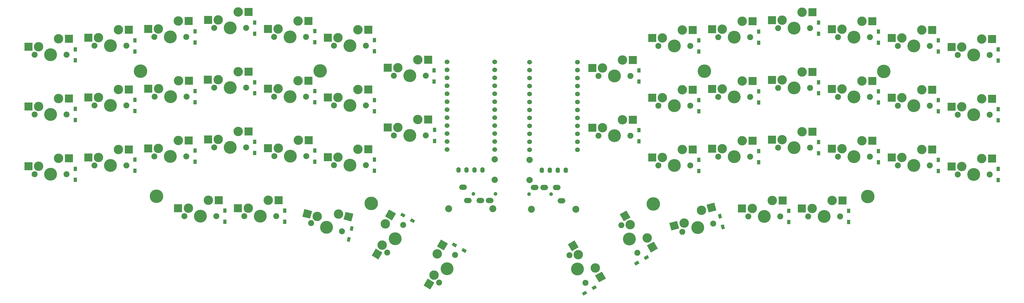
<source format=gbs>
%TF.GenerationSoftware,KiCad,Pcbnew,(5.1.10-1-10_14)*%
%TF.CreationDate,2021-08-01T06:39:00+09:00*%
%TF.ProjectId,v1,76312e6b-6963-4616-945f-706362585858,rev?*%
%TF.SameCoordinates,Original*%
%TF.FileFunction,Soldermask,Bot*%
%TF.FilePolarity,Negative*%
%FSLAX46Y46*%
G04 Gerber Fmt 4.6, Leading zero omitted, Abs format (unit mm)*
G04 Created by KiCad (PCBNEW (5.1.10-1-10_14)) date 2021-08-01 06:39:00*
%MOMM*%
%LPD*%
G01*
G04 APERTURE LIST*
%ADD10C,3.000000*%
%ADD11R,2.550000X2.500000*%
%ADD12C,1.900000*%
%ADD13C,4.100000*%
%ADD14C,2.200000*%
%ADD15C,4.300000*%
%ADD16C,0.100000*%
%ADD17R,1.000000X1.400000*%
%ADD18O,2.500000X1.700000*%
%ADD19C,1.200000*%
%ADD20O,1.397000X1.778000*%
%ADD21C,2.000000*%
%ADD22C,1.524000*%
G04 APERTURE END LIST*
D10*
%TO.C,SW11*%
X92465000Y-42645000D03*
X86115000Y-45185000D03*
D11*
X95767000Y-42645000D03*
D12*
X84845000Y-47725000D03*
X95005000Y-47725000D03*
D13*
X89925000Y-47725000D03*
D11*
X82840000Y-45185000D03*
%TD*%
D14*
%TO.C,Ref\u002A\u002A*%
X199900000Y-86500000D03*
%TD*%
D15*
%TO.C,Ref\u002A\u002A*%
X292800000Y-82500000D03*
%TD*%
%TO.C,Ref\u002A\u002A*%
X240800000Y-42500000D03*
%TD*%
%TO.C,Ref\u002A\u002A*%
X224500000Y-84800000D03*
%TD*%
D14*
%TO.C,Ref\u002A\u002A*%
X185800000Y-86500000D03*
%TD*%
D15*
%TO.C,Ref\u002A\u002A*%
X297900000Y-42600000D03*
%TD*%
%TO.C,Ref\u002A\u002A*%
X66500000Y-82400000D03*
%TD*%
%TO.C,Ref\u002A\u002A*%
X61400000Y-42500000D03*
%TD*%
%TO.C,Ref\u002A\u002A*%
X118500000Y-42400000D03*
%TD*%
%TO.C,Ref\u002A\u002A*%
X134800000Y-84700000D03*
%TD*%
D14*
%TO.C,Ref\u002A\u002A*%
X159400000Y-86400000D03*
%TD*%
%TO.C,Ref\u002A\u002A*%
X173500000Y-86400000D03*
%TD*%
D10*
%TO.C,SW15*%
X139270591Y-91210295D03*
X138295295Y-97979557D03*
D16*
G36*
X140476559Y-86621498D02*
G01*
X142641623Y-87871498D01*
X141366623Y-90079862D01*
X139201559Y-88829862D01*
X140476559Y-86621498D01*
G37*
D12*
X139860000Y-100349409D03*
X144940000Y-91550591D03*
D13*
X142400000Y-95950000D03*
D16*
G36*
X136212763Y-99086608D02*
G01*
X138377827Y-100336608D01*
X137102827Y-102544972D01*
X134937763Y-101294972D01*
X136212763Y-99086608D01*
G37*
%TD*%
%TO.C,SW22*%
G36*
X152712763Y-108636608D02*
G01*
X154877827Y-109886608D01*
X153602827Y-112094972D01*
X151437763Y-110844972D01*
X152712763Y-108636608D01*
G37*
D13*
X158900000Y-105500000D03*
D12*
X161440000Y-101100591D03*
X156360000Y-109899409D03*
D16*
G36*
X156976559Y-96171498D02*
G01*
X159141623Y-97421498D01*
X157866623Y-99629862D01*
X155701559Y-98379862D01*
X156976559Y-96171498D01*
G37*
D10*
X154795295Y-107529557D03*
X155770591Y-100760295D03*
%TD*%
D17*
%TO.C,D1*%
X154800000Y-45775000D03*
X154800000Y-42225000D03*
%TD*%
%TO.C,D2*%
X135800000Y-32625000D03*
X135800000Y-36175000D03*
%TD*%
%TO.C,D3*%
X116800000Y-33275000D03*
X116800000Y-29725000D03*
%TD*%
%TO.C,D4*%
X97700000Y-30575000D03*
X97700000Y-27025000D03*
%TD*%
%TO.C,D5*%
X78700000Y-29825000D03*
X78700000Y-33375000D03*
%TD*%
%TO.C,D6*%
X59600000Y-32725000D03*
X59600000Y-36275000D03*
%TD*%
%TO.C,D7*%
X40600000Y-39075000D03*
X40600000Y-35525000D03*
%TD*%
%TO.C,D8*%
X154900000Y-61225000D03*
X154900000Y-64775000D03*
%TD*%
%TO.C,D9*%
X135800000Y-51725000D03*
X135800000Y-55275000D03*
%TD*%
%TO.C,D10*%
X116800000Y-48825000D03*
X116800000Y-52375000D03*
%TD*%
%TO.C,D11*%
X97700000Y-46025000D03*
X97700000Y-49575000D03*
%TD*%
%TO.C,D12*%
X78700000Y-52375000D03*
X78700000Y-48825000D03*
%TD*%
%TO.C,D13*%
X59600000Y-55175000D03*
X59600000Y-51625000D03*
%TD*%
%TO.C,D14*%
X40600000Y-54525000D03*
X40600000Y-58075000D03*
%TD*%
D16*
%TO.C,D15*%
G36*
X148793413Y-90104487D02*
G01*
X148293413Y-90970513D01*
X147080977Y-90270513D01*
X147580977Y-89404487D01*
X148793413Y-90104487D01*
G37*
G36*
X145719023Y-88329487D02*
G01*
X145219023Y-89195513D01*
X144006587Y-88495513D01*
X144506587Y-87629487D01*
X145719023Y-88329487D01*
G37*
%TD*%
D17*
%TO.C,D16*%
X135800000Y-74275000D03*
X135800000Y-70725000D03*
%TD*%
%TO.C,D17*%
X116800000Y-71375000D03*
X116800000Y-67825000D03*
%TD*%
%TO.C,D18*%
X97700000Y-68575000D03*
X97700000Y-65025000D03*
%TD*%
%TO.C,D19*%
X78700000Y-67825000D03*
X78700000Y-71375000D03*
%TD*%
%TO.C,D20*%
X59600000Y-70725000D03*
X59600000Y-74275000D03*
%TD*%
%TO.C,D21*%
X40600000Y-77175000D03*
X40600000Y-73625000D03*
%TD*%
D16*
%TO.C,D22*%
G36*
X162119023Y-97829487D02*
G01*
X161619023Y-98695513D01*
X160406587Y-97995513D01*
X160906587Y-97129487D01*
X162119023Y-97829487D01*
G37*
G36*
X165193413Y-99604487D02*
G01*
X164693413Y-100470513D01*
X163480977Y-99770513D01*
X163980977Y-98904487D01*
X165193413Y-99604487D01*
G37*
%TD*%
%TO.C,D23*%
G36*
X128861194Y-93491040D02*
G01*
X127895268Y-93232221D01*
X128257614Y-91879924D01*
X129223540Y-92138743D01*
X128861194Y-93491040D01*
G37*
G36*
X127942386Y-96920076D02*
G01*
X126976460Y-96661257D01*
X127338806Y-95308960D01*
X128304732Y-95567779D01*
X127942386Y-96920076D01*
G37*
%TD*%
D17*
%TO.C,D24*%
X107300000Y-86925000D03*
X107300000Y-90475000D03*
%TD*%
%TO.C,D25*%
X88200000Y-86925000D03*
X88200000Y-90475000D03*
%TD*%
%TO.C,D26*%
X219950000Y-42275000D03*
X219950000Y-45825000D03*
%TD*%
%TO.C,D27*%
X239000000Y-36275000D03*
X239000000Y-32725000D03*
%TD*%
%TO.C,D28*%
X258050000Y-33425000D03*
X258050000Y-29875000D03*
%TD*%
%TO.C,D29*%
X277100000Y-30575000D03*
X277100000Y-27025000D03*
%TD*%
%TO.C,D30*%
X296150000Y-33425000D03*
X296150000Y-29875000D03*
%TD*%
%TO.C,D31*%
X315200000Y-32725000D03*
X315200000Y-36275000D03*
%TD*%
%TO.C,D32*%
X334250000Y-39125000D03*
X334250000Y-35575000D03*
%TD*%
%TO.C,D33*%
X219950000Y-61275000D03*
X219950000Y-64825000D03*
%TD*%
%TO.C,D34*%
X239000000Y-51775000D03*
X239000000Y-55325000D03*
%TD*%
%TO.C,D35*%
X258050000Y-48925000D03*
X258050000Y-52475000D03*
%TD*%
%TO.C,D36*%
X277100000Y-49575000D03*
X277100000Y-46025000D03*
%TD*%
%TO.C,D37*%
X296150000Y-52475000D03*
X296150000Y-48925000D03*
%TD*%
%TO.C,D38*%
X315200000Y-51775000D03*
X315200000Y-55325000D03*
%TD*%
%TO.C,D39*%
X334250000Y-54625000D03*
X334250000Y-58175000D03*
%TD*%
D16*
%TO.C,D40*%
G36*
X218906587Y-104470513D02*
G01*
X218406587Y-103604487D01*
X219619023Y-102904487D01*
X220119023Y-103770513D01*
X218906587Y-104470513D01*
G37*
G36*
X221980977Y-102695513D02*
G01*
X221480977Y-101829487D01*
X222693413Y-101129487D01*
X223193413Y-101995513D01*
X221980977Y-102695513D01*
G37*
%TD*%
D17*
%TO.C,D41*%
X239000000Y-74375000D03*
X239000000Y-70825000D03*
%TD*%
%TO.C,D42*%
X258050000Y-71525000D03*
X258050000Y-67975000D03*
%TD*%
%TO.C,D43*%
X277100000Y-65125000D03*
X277100000Y-68675000D03*
%TD*%
%TO.C,D44*%
X296150000Y-71525000D03*
X296150000Y-67975000D03*
%TD*%
%TO.C,D45*%
X315200000Y-74375000D03*
X315200000Y-70825000D03*
%TD*%
%TO.C,D46*%
X334250000Y-77225000D03*
X334250000Y-73675000D03*
%TD*%
D16*
%TO.C,D47*%
G36*
X205380977Y-112295513D02*
G01*
X204880977Y-111429487D01*
X206093413Y-110729487D01*
X206593413Y-111595513D01*
X205380977Y-112295513D01*
G37*
G36*
X202306587Y-114070513D02*
G01*
X201806587Y-113204487D01*
X203019023Y-112504487D01*
X203519023Y-113370513D01*
X202306587Y-114070513D01*
G37*
%TD*%
%TO.C,D48*%
G36*
X246404732Y-89282221D02*
G01*
X245438806Y-89541040D01*
X245076460Y-88188743D01*
X246042386Y-87929924D01*
X246404732Y-89282221D01*
G37*
G36*
X247323540Y-92711257D02*
G01*
X246357614Y-92970076D01*
X245995268Y-91617779D01*
X246961194Y-91358960D01*
X247323540Y-92711257D01*
G37*
%TD*%
D17*
%TO.C,D49*%
X267600000Y-87025000D03*
X267600000Y-90575000D03*
%TD*%
%TO.C,D50*%
X286650000Y-90575000D03*
X286650000Y-87025000D03*
%TD*%
D18*
%TO.C,J1*%
X164000000Y-79500000D03*
X165500000Y-83700000D03*
X169500000Y-83700000D03*
X172500000Y-83700000D03*
D19*
X167300000Y-81600000D03*
X174300000Y-81600000D03*
%TD*%
D20*
%TO.C,J2*%
X170220000Y-74000000D03*
X167680000Y-74000000D03*
X165140000Y-74000000D03*
X162600000Y-74000000D03*
%TD*%
D19*
%TO.C,J3*%
X185000000Y-81700000D03*
X192000000Y-81700000D03*
D18*
X186800000Y-79600000D03*
X189800000Y-79600000D03*
X193800000Y-79600000D03*
X195300000Y-83800000D03*
%TD*%
D20*
%TO.C,J4*%
X189100000Y-74100000D03*
X191640000Y-74100000D03*
X194180000Y-74100000D03*
X196720000Y-74100000D03*
%TD*%
D21*
%TO.C,RSW1*%
X174100000Y-70650000D03*
X174100000Y-77150000D03*
%TD*%
%TO.C,RSW2*%
X185200000Y-70750000D03*
X185200000Y-77250000D03*
%TD*%
D10*
%TO.C,SW1*%
X149640000Y-38870000D03*
X143290000Y-41410000D03*
D11*
X152942000Y-38870000D03*
D12*
X142020000Y-43950000D03*
X152180000Y-43950000D03*
D13*
X147100000Y-43950000D03*
D11*
X140015000Y-41410000D03*
%TD*%
D10*
%TO.C,SW2*%
X130590000Y-29320000D03*
X124240000Y-31860000D03*
D11*
X133892000Y-29320000D03*
D12*
X122970000Y-34400000D03*
X133130000Y-34400000D03*
D13*
X128050000Y-34400000D03*
D11*
X120965000Y-31860000D03*
%TD*%
%TO.C,SW3*%
X101915000Y-29010000D03*
D13*
X109000000Y-31550000D03*
D12*
X114080000Y-31550000D03*
X103920000Y-31550000D03*
D11*
X114842000Y-26470000D03*
D10*
X105190000Y-29010000D03*
X111540000Y-26470000D03*
%TD*%
D11*
%TO.C,SW4*%
X82865000Y-26160000D03*
D13*
X89950000Y-28700000D03*
D12*
X95030000Y-28700000D03*
X84870000Y-28700000D03*
D11*
X95792000Y-23620000D03*
D10*
X86140000Y-26160000D03*
X92490000Y-23620000D03*
%TD*%
%TO.C,SW5*%
X73440000Y-26470000D03*
X67090000Y-29010000D03*
D11*
X76742000Y-26470000D03*
D12*
X65820000Y-31550000D03*
X75980000Y-31550000D03*
D13*
X70900000Y-31550000D03*
D11*
X63815000Y-29010000D03*
%TD*%
D10*
%TO.C,SW6*%
X54390000Y-29320000D03*
X48040000Y-31860000D03*
D11*
X57692000Y-29320000D03*
D12*
X46770000Y-34400000D03*
X56930000Y-34400000D03*
D13*
X51850000Y-34400000D03*
D11*
X44765000Y-31860000D03*
%TD*%
D10*
%TO.C,SW7*%
X35340000Y-32170000D03*
X28990000Y-34710000D03*
D11*
X38642000Y-32170000D03*
D12*
X27720000Y-37250000D03*
X37880000Y-37250000D03*
D13*
X32800000Y-37250000D03*
D11*
X25715000Y-34710000D03*
%TD*%
%TO.C,SW8*%
X140015000Y-60460000D03*
D13*
X147100000Y-63000000D03*
D12*
X152180000Y-63000000D03*
X142020000Y-63000000D03*
D11*
X152942000Y-57920000D03*
D10*
X143290000Y-60460000D03*
X149640000Y-57920000D03*
%TD*%
%TO.C,SW9*%
X130590000Y-48370000D03*
X124240000Y-50910000D03*
D11*
X133892000Y-48370000D03*
D12*
X122970000Y-53450000D03*
X133130000Y-53450000D03*
D13*
X128050000Y-53450000D03*
D11*
X120965000Y-50910000D03*
%TD*%
D10*
%TO.C,SW10*%
X111540000Y-45520000D03*
X105190000Y-48060000D03*
D11*
X114842000Y-45520000D03*
D12*
X103920000Y-50600000D03*
X114080000Y-50600000D03*
D13*
X109000000Y-50600000D03*
D11*
X101915000Y-48060000D03*
%TD*%
D10*
%TO.C,SW12*%
X73465000Y-45520000D03*
X67115000Y-48060000D03*
D11*
X76767000Y-45520000D03*
D12*
X65845000Y-50600000D03*
X76005000Y-50600000D03*
D13*
X70925000Y-50600000D03*
D11*
X63840000Y-48060000D03*
%TD*%
%TO.C,SW13*%
X44765000Y-50910000D03*
D13*
X51850000Y-53450000D03*
D12*
X56930000Y-53450000D03*
X46770000Y-53450000D03*
D11*
X57692000Y-48370000D03*
D10*
X48040000Y-50910000D03*
X54390000Y-48370000D03*
%TD*%
%TO.C,SW14*%
X35340000Y-51220000D03*
X28990000Y-53760000D03*
D11*
X38642000Y-51220000D03*
D12*
X27720000Y-56300000D03*
X37880000Y-56300000D03*
D13*
X32800000Y-56300000D03*
D11*
X25715000Y-53760000D03*
%TD*%
%TO.C,SW16*%
X120965000Y-69935000D03*
D13*
X128050000Y-72475000D03*
D12*
X133130000Y-72475000D03*
X122970000Y-72475000D03*
D11*
X133892000Y-67395000D03*
D10*
X124240000Y-69935000D03*
X130590000Y-67395000D03*
%TD*%
D11*
%TO.C,SW17*%
X101940000Y-67085000D03*
D13*
X109025000Y-69625000D03*
D12*
X114105000Y-69625000D03*
X103945000Y-69625000D03*
D11*
X114867000Y-64545000D03*
D10*
X105215000Y-67085000D03*
X111565000Y-64545000D03*
%TD*%
D11*
%TO.C,SW18*%
X82865000Y-64260000D03*
D13*
X89950000Y-66800000D03*
D12*
X95030000Y-66800000D03*
X84870000Y-66800000D03*
D11*
X95792000Y-61720000D03*
D10*
X86140000Y-64260000D03*
X92490000Y-61720000D03*
%TD*%
D11*
%TO.C,SW19*%
X63815000Y-67110000D03*
D13*
X70900000Y-69650000D03*
D12*
X75980000Y-69650000D03*
X65820000Y-69650000D03*
D11*
X76742000Y-64570000D03*
D10*
X67090000Y-67110000D03*
X73440000Y-64570000D03*
%TD*%
%TO.C,SW20*%
X54390000Y-67445000D03*
X48040000Y-69985000D03*
D11*
X57692000Y-67445000D03*
D12*
X46770000Y-72525000D03*
X56930000Y-72525000D03*
D13*
X51850000Y-72525000D03*
D11*
X44765000Y-69985000D03*
%TD*%
%TO.C,SW21*%
X25715000Y-72835000D03*
D13*
X32800000Y-75375000D03*
D12*
X37880000Y-75375000D03*
X27720000Y-75375000D03*
D11*
X38642000Y-70295000D03*
D10*
X28990000Y-72835000D03*
X35340000Y-70295000D03*
%TD*%
%TO.C,SW23*%
X124368252Y-88025497D03*
X117577223Y-88835448D03*
D16*
G36*
X129112818Y-88002705D02*
G01*
X128465771Y-90417520D01*
X126002660Y-89757531D01*
X126649707Y-87342716D01*
X129112818Y-88002705D01*
G37*
D12*
X115693097Y-90960199D03*
X125506903Y-93589801D03*
D13*
X120600000Y-92275000D03*
D16*
G36*
X115968895Y-87110402D02*
G01*
X115321848Y-89525217D01*
X112858737Y-88865228D01*
X113505784Y-86450413D01*
X115968895Y-87110402D01*
G37*
%TD*%
D10*
%TO.C,SW24*%
X102015000Y-83620000D03*
X95665000Y-86160000D03*
D11*
X105317000Y-83620000D03*
D12*
X94395000Y-88700000D03*
X104555000Y-88700000D03*
D13*
X99475000Y-88700000D03*
D11*
X92390000Y-86160000D03*
%TD*%
D10*
%TO.C,SW25*%
X82965000Y-83620000D03*
X76615000Y-86160000D03*
D11*
X86267000Y-83620000D03*
D12*
X75345000Y-88700000D03*
X85505000Y-88700000D03*
D13*
X80425000Y-88700000D03*
D11*
X73340000Y-86160000D03*
%TD*%
%TO.C,SW26*%
X205115000Y-41510000D03*
D13*
X212200000Y-44050000D03*
D12*
X217280000Y-44050000D03*
X207120000Y-44050000D03*
D11*
X218042000Y-38970000D03*
D10*
X208390000Y-41510000D03*
X214740000Y-38970000D03*
%TD*%
D11*
%TO.C,SW27*%
X224165000Y-31960000D03*
D13*
X231250000Y-34500000D03*
D12*
X236330000Y-34500000D03*
X226170000Y-34500000D03*
D11*
X237092000Y-29420000D03*
D10*
X227440000Y-31960000D03*
X233790000Y-29420000D03*
%TD*%
D11*
%TO.C,SW28*%
X243215000Y-29110000D03*
D13*
X250300000Y-31650000D03*
D12*
X255380000Y-31650000D03*
X245220000Y-31650000D03*
D11*
X256142000Y-26570000D03*
D10*
X246490000Y-29110000D03*
X252840000Y-26570000D03*
%TD*%
D11*
%TO.C,SW29*%
X262265000Y-26260000D03*
D13*
X269350000Y-28800000D03*
D12*
X274430000Y-28800000D03*
X264270000Y-28800000D03*
D11*
X275192000Y-23720000D03*
D10*
X265540000Y-26260000D03*
X271890000Y-23720000D03*
%TD*%
D11*
%TO.C,SW30*%
X281315000Y-29110000D03*
D13*
X288400000Y-31650000D03*
D12*
X293480000Y-31650000D03*
X283320000Y-31650000D03*
D11*
X294242000Y-26570000D03*
D10*
X284590000Y-29110000D03*
X290940000Y-26570000D03*
%TD*%
%TO.C,SW31*%
X309990000Y-29420000D03*
X303640000Y-31960000D03*
D11*
X313292000Y-29420000D03*
D12*
X302370000Y-34500000D03*
X312530000Y-34500000D03*
D13*
X307450000Y-34500000D03*
D11*
X300365000Y-31960000D03*
%TD*%
%TO.C,SW32*%
X319415000Y-34810000D03*
D13*
X326500000Y-37350000D03*
D12*
X331580000Y-37350000D03*
X321420000Y-37350000D03*
D11*
X332342000Y-32270000D03*
D10*
X322690000Y-34810000D03*
X329040000Y-32270000D03*
%TD*%
D11*
%TO.C,SW33*%
X205115000Y-60510000D03*
D13*
X212200000Y-63050000D03*
D12*
X217280000Y-63050000D03*
X207120000Y-63050000D03*
D11*
X218042000Y-57970000D03*
D10*
X208390000Y-60510000D03*
X214740000Y-57970000D03*
%TD*%
D11*
%TO.C,SW34*%
X224165000Y-51010000D03*
D13*
X231250000Y-53550000D03*
D12*
X236330000Y-53550000D03*
X226170000Y-53550000D03*
D11*
X237092000Y-48470000D03*
D10*
X227440000Y-51010000D03*
X233790000Y-48470000D03*
%TD*%
%TO.C,SW35*%
X252840000Y-45620000D03*
X246490000Y-48160000D03*
D11*
X256142000Y-45620000D03*
D12*
X245220000Y-50700000D03*
X255380000Y-50700000D03*
D13*
X250300000Y-50700000D03*
D11*
X243215000Y-48160000D03*
%TD*%
D10*
%TO.C,SW36*%
X271890000Y-42720000D03*
X265540000Y-45260000D03*
D11*
X275192000Y-42720000D03*
D12*
X264270000Y-47800000D03*
X274430000Y-47800000D03*
D13*
X269350000Y-47800000D03*
D11*
X262265000Y-45260000D03*
%TD*%
D10*
%TO.C,SW37*%
X290940000Y-45620000D03*
X284590000Y-48160000D03*
D11*
X294242000Y-45620000D03*
D12*
X283320000Y-50700000D03*
X293480000Y-50700000D03*
D13*
X288400000Y-50700000D03*
D11*
X281315000Y-48160000D03*
%TD*%
%TO.C,SW38*%
X300365000Y-51010000D03*
D13*
X307450000Y-53550000D03*
D12*
X312530000Y-53550000D03*
X302370000Y-53550000D03*
D11*
X313292000Y-48470000D03*
D10*
X303640000Y-51010000D03*
X309990000Y-48470000D03*
%TD*%
D11*
%TO.C,SW39*%
X319415000Y-53860000D03*
D13*
X326500000Y-56400000D03*
D12*
X331580000Y-56400000D03*
X321420000Y-56400000D03*
D11*
X332342000Y-51320000D03*
D10*
X322690000Y-53860000D03*
X329040000Y-51320000D03*
%TD*%
D16*
%TO.C,SW40*%
G36*
X217277237Y-89123392D02*
G01*
X215112173Y-90373392D01*
X213837173Y-88165028D01*
X216002237Y-86915028D01*
X217277237Y-89123392D01*
G37*
D13*
X216900000Y-96050000D03*
D12*
X219440000Y-100449409D03*
X214360000Y-91650591D03*
D16*
G36*
X225940441Y-99048502D02*
G01*
X223775377Y-100298502D01*
X222500377Y-98090138D01*
X224665441Y-96840138D01*
X225940441Y-99048502D01*
G37*
D10*
X217194705Y-91480443D03*
X222569409Y-95709705D03*
%TD*%
%TO.C,SW41*%
X233790000Y-67520000D03*
X227440000Y-70060000D03*
D11*
X237092000Y-67520000D03*
D12*
X226170000Y-72600000D03*
X236330000Y-72600000D03*
D13*
X231250000Y-72600000D03*
D11*
X224165000Y-70060000D03*
%TD*%
%TO.C,SW42*%
X243215000Y-67210000D03*
D13*
X250300000Y-69750000D03*
D12*
X255380000Y-69750000D03*
X245220000Y-69750000D03*
D11*
X256142000Y-64670000D03*
D10*
X246490000Y-67210000D03*
X252840000Y-64670000D03*
%TD*%
D11*
%TO.C,SW43*%
X262265000Y-64360000D03*
D13*
X269350000Y-66900000D03*
D12*
X274430000Y-66900000D03*
X264270000Y-66900000D03*
D11*
X275192000Y-61820000D03*
D10*
X265540000Y-64360000D03*
X271890000Y-61820000D03*
%TD*%
D11*
%TO.C,SW44*%
X281315000Y-67210000D03*
D13*
X288400000Y-69750000D03*
D12*
X293480000Y-69750000D03*
X283320000Y-69750000D03*
D11*
X294242000Y-64670000D03*
D10*
X284590000Y-67210000D03*
X290940000Y-64670000D03*
%TD*%
%TO.C,SW45*%
X309990000Y-67520000D03*
X303640000Y-70060000D03*
D11*
X313292000Y-67520000D03*
D12*
X302370000Y-72600000D03*
X312530000Y-72600000D03*
D13*
X307450000Y-72600000D03*
D11*
X300365000Y-70060000D03*
%TD*%
D10*
%TO.C,SW46*%
X329040000Y-70370000D03*
X322690000Y-72910000D03*
D11*
X332342000Y-70370000D03*
D12*
X321420000Y-75450000D03*
X331580000Y-75450000D03*
D13*
X326500000Y-75450000D03*
D11*
X319415000Y-72910000D03*
%TD*%
D10*
%TO.C,SW47*%
X206069409Y-105259705D03*
X200694705Y-101030443D03*
D16*
G36*
X209440441Y-108598502D02*
G01*
X207275377Y-109848502D01*
X206000377Y-107640138D01*
X208165441Y-106390138D01*
X209440441Y-108598502D01*
G37*
D12*
X197860000Y-101200591D03*
X202940000Y-109999409D03*
D13*
X200400000Y-105600000D03*
D16*
G36*
X200777237Y-98673392D02*
G01*
X198612173Y-99923392D01*
X197337173Y-97715028D01*
X199502237Y-96465028D01*
X200777237Y-98673392D01*
G37*
%TD*%
%TO.C,SW48*%
G36*
X232107047Y-90242879D02*
G01*
X232754094Y-92657694D01*
X230290983Y-93317683D01*
X229643936Y-90902868D01*
X232107047Y-90242879D01*
G37*
D13*
X238700000Y-92400000D03*
D12*
X243606903Y-91085199D03*
X233793097Y-93714801D03*
D16*
G36*
X243936170Y-84443674D02*
G01*
X244583217Y-86858489D01*
X242120106Y-87518478D01*
X241473059Y-85103663D01*
X243936170Y-84443674D01*
G37*
D10*
X234362422Y-90932649D03*
X239838651Y-86835696D03*
%TD*%
%TO.C,SW49*%
X262390000Y-83720000D03*
X256040000Y-86260000D03*
D11*
X265692000Y-83720000D03*
D12*
X254770000Y-88800000D03*
X264930000Y-88800000D03*
D13*
X259850000Y-88800000D03*
D11*
X252765000Y-86260000D03*
%TD*%
D10*
%TO.C,SW50*%
X281440000Y-83720000D03*
X275090000Y-86260000D03*
D11*
X284742000Y-83720000D03*
D12*
X273820000Y-88800000D03*
X283980000Y-88800000D03*
D13*
X278900000Y-88800000D03*
D11*
X271815000Y-86260000D03*
%TD*%
D22*
%TO.C,U1*%
X158891400Y-39522000D03*
X158891400Y-42062000D03*
X158891400Y-44602000D03*
X158891400Y-47142000D03*
X158891400Y-49682000D03*
X158891400Y-52222000D03*
X158891400Y-54762000D03*
X158891400Y-57302000D03*
X158891400Y-59842000D03*
X158891400Y-62382000D03*
X158891400Y-64922000D03*
X158891400Y-67462000D03*
X174111400Y-67462000D03*
X174111400Y-64922000D03*
X174111400Y-62382000D03*
X174111400Y-59842000D03*
X174111400Y-57302000D03*
X174111400Y-54762000D03*
X174111400Y-52222000D03*
X174111400Y-49682000D03*
X174111400Y-47142000D03*
X174111400Y-44602000D03*
X174111400Y-42062000D03*
X174111400Y-39522000D03*
%TD*%
%TO.C,U2*%
X200411400Y-39622000D03*
X200411400Y-42162000D03*
X200411400Y-44702000D03*
X200411400Y-47242000D03*
X200411400Y-49782000D03*
X200411400Y-52322000D03*
X200411400Y-54862000D03*
X200411400Y-57402000D03*
X200411400Y-59942000D03*
X200411400Y-62482000D03*
X200411400Y-65022000D03*
X200411400Y-67562000D03*
X185191400Y-67562000D03*
X185191400Y-65022000D03*
X185191400Y-62482000D03*
X185191400Y-59942000D03*
X185191400Y-57402000D03*
X185191400Y-54862000D03*
X185191400Y-52322000D03*
X185191400Y-49782000D03*
X185191400Y-47242000D03*
X185191400Y-44702000D03*
X185191400Y-42162000D03*
X185191400Y-39622000D03*
%TD*%
M02*

</source>
